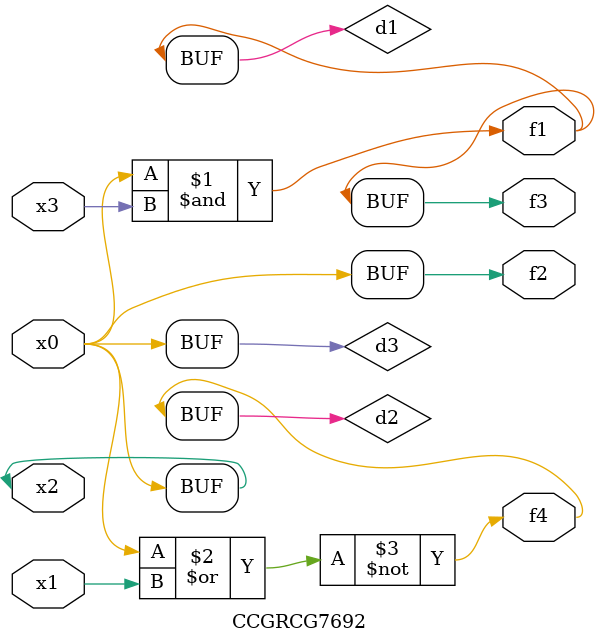
<source format=v>
module CCGRCG7692(
	input x0, x1, x2, x3,
	output f1, f2, f3, f4
);

	wire d1, d2, d3;

	and (d1, x2, x3);
	nor (d2, x0, x1);
	buf (d3, x0, x2);
	assign f1 = d1;
	assign f2 = d3;
	assign f3 = d1;
	assign f4 = d2;
endmodule

</source>
